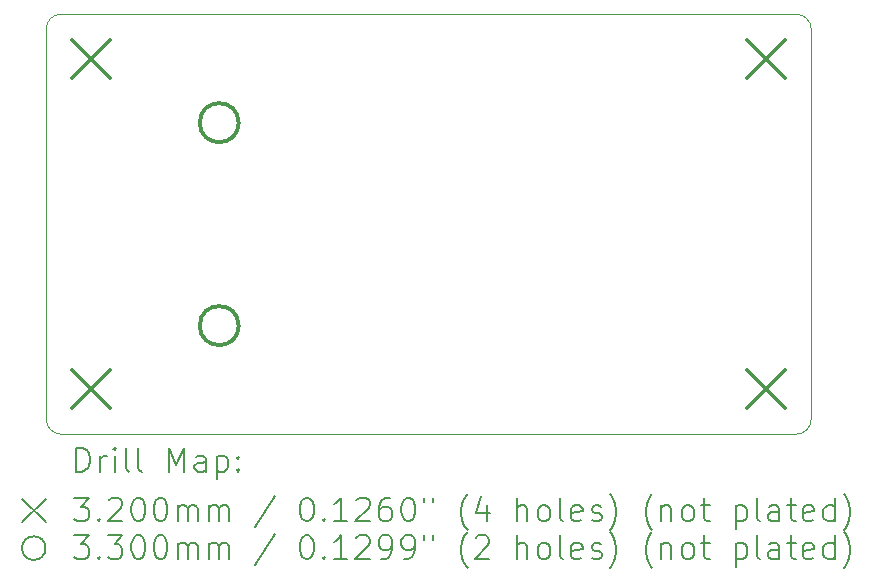
<source format=gbr>
%TF.GenerationSoftware,KiCad,Pcbnew,8.0.2*%
%TF.CreationDate,2024-05-12T16:10:16+01:00*%
%TF.ProjectId,TelemetryCANBoard,54656c65-6d65-4747-9279-43414e426f61,rev?*%
%TF.SameCoordinates,Original*%
%TF.FileFunction,Drillmap*%
%TF.FilePolarity,Positive*%
%FSLAX45Y45*%
G04 Gerber Fmt 4.5, Leading zero omitted, Abs format (unit mm)*
G04 Created by KiCad (PCBNEW 8.0.2) date 2024-05-12 16:10:16*
%MOMM*%
%LPD*%
G01*
G04 APERTURE LIST*
%ADD10C,0.100000*%
%ADD11C,0.200000*%
%ADD12C,0.320000*%
%ADD13C,0.330000*%
G04 APERTURE END LIST*
D10*
X18796000Y-7493000D02*
X12573000Y-7493000D01*
X18923000Y-10922000D02*
X18923000Y-7620000D01*
X12446000Y-7620000D02*
X12446000Y-10922000D01*
X18796000Y-11049000D02*
X12573000Y-11049000D01*
X18923000Y-10922000D02*
G75*
G02*
X18796000Y-11049000I-127000J0D01*
G01*
X12446000Y-7620000D02*
G75*
G02*
X12573000Y-7493000I127000J0D01*
G01*
X18796000Y-7493000D02*
G75*
G02*
X18923000Y-7620000I0J-127000D01*
G01*
X12573000Y-11049000D02*
G75*
G02*
X12446000Y-10922000I0J127000D01*
G01*
D11*
D12*
X12667000Y-7714000D02*
X12987000Y-8034000D01*
X12987000Y-7714000D02*
X12667000Y-8034000D01*
X12667000Y-10508000D02*
X12987000Y-10828000D01*
X12987000Y-10508000D02*
X12667000Y-10828000D01*
X18382000Y-7714000D02*
X18702000Y-8034000D01*
X18702000Y-7714000D02*
X18382000Y-8034000D01*
X18382000Y-10508000D02*
X18702000Y-10828000D01*
X18702000Y-10508000D02*
X18382000Y-10828000D01*
D13*
X14076000Y-8412000D02*
G75*
G02*
X13746000Y-8412000I-165000J0D01*
G01*
X13746000Y-8412000D02*
G75*
G02*
X14076000Y-8412000I165000J0D01*
G01*
X14076000Y-10130000D02*
G75*
G02*
X13746000Y-10130000I-165000J0D01*
G01*
X13746000Y-10130000D02*
G75*
G02*
X14076000Y-10130000I165000J0D01*
G01*
D11*
X12701777Y-11365484D02*
X12701777Y-11165484D01*
X12701777Y-11165484D02*
X12749396Y-11165484D01*
X12749396Y-11165484D02*
X12777967Y-11175008D01*
X12777967Y-11175008D02*
X12797015Y-11194055D01*
X12797015Y-11194055D02*
X12806539Y-11213103D01*
X12806539Y-11213103D02*
X12816062Y-11251198D01*
X12816062Y-11251198D02*
X12816062Y-11279769D01*
X12816062Y-11279769D02*
X12806539Y-11317865D01*
X12806539Y-11317865D02*
X12797015Y-11336912D01*
X12797015Y-11336912D02*
X12777967Y-11355960D01*
X12777967Y-11355960D02*
X12749396Y-11365484D01*
X12749396Y-11365484D02*
X12701777Y-11365484D01*
X12901777Y-11365484D02*
X12901777Y-11232150D01*
X12901777Y-11270246D02*
X12911301Y-11251198D01*
X12911301Y-11251198D02*
X12920824Y-11241674D01*
X12920824Y-11241674D02*
X12939872Y-11232150D01*
X12939872Y-11232150D02*
X12958920Y-11232150D01*
X13025586Y-11365484D02*
X13025586Y-11232150D01*
X13025586Y-11165484D02*
X13016062Y-11175008D01*
X13016062Y-11175008D02*
X13025586Y-11184531D01*
X13025586Y-11184531D02*
X13035110Y-11175008D01*
X13035110Y-11175008D02*
X13025586Y-11165484D01*
X13025586Y-11165484D02*
X13025586Y-11184531D01*
X13149396Y-11365484D02*
X13130348Y-11355960D01*
X13130348Y-11355960D02*
X13120824Y-11336912D01*
X13120824Y-11336912D02*
X13120824Y-11165484D01*
X13254158Y-11365484D02*
X13235110Y-11355960D01*
X13235110Y-11355960D02*
X13225586Y-11336912D01*
X13225586Y-11336912D02*
X13225586Y-11165484D01*
X13482729Y-11365484D02*
X13482729Y-11165484D01*
X13482729Y-11165484D02*
X13549396Y-11308341D01*
X13549396Y-11308341D02*
X13616062Y-11165484D01*
X13616062Y-11165484D02*
X13616062Y-11365484D01*
X13797015Y-11365484D02*
X13797015Y-11260722D01*
X13797015Y-11260722D02*
X13787491Y-11241674D01*
X13787491Y-11241674D02*
X13768443Y-11232150D01*
X13768443Y-11232150D02*
X13730348Y-11232150D01*
X13730348Y-11232150D02*
X13711301Y-11241674D01*
X13797015Y-11355960D02*
X13777967Y-11365484D01*
X13777967Y-11365484D02*
X13730348Y-11365484D01*
X13730348Y-11365484D02*
X13711301Y-11355960D01*
X13711301Y-11355960D02*
X13701777Y-11336912D01*
X13701777Y-11336912D02*
X13701777Y-11317865D01*
X13701777Y-11317865D02*
X13711301Y-11298817D01*
X13711301Y-11298817D02*
X13730348Y-11289293D01*
X13730348Y-11289293D02*
X13777967Y-11289293D01*
X13777967Y-11289293D02*
X13797015Y-11279769D01*
X13892253Y-11232150D02*
X13892253Y-11432150D01*
X13892253Y-11241674D02*
X13911301Y-11232150D01*
X13911301Y-11232150D02*
X13949396Y-11232150D01*
X13949396Y-11232150D02*
X13968443Y-11241674D01*
X13968443Y-11241674D02*
X13977967Y-11251198D01*
X13977967Y-11251198D02*
X13987491Y-11270246D01*
X13987491Y-11270246D02*
X13987491Y-11327388D01*
X13987491Y-11327388D02*
X13977967Y-11346436D01*
X13977967Y-11346436D02*
X13968443Y-11355960D01*
X13968443Y-11355960D02*
X13949396Y-11365484D01*
X13949396Y-11365484D02*
X13911301Y-11365484D01*
X13911301Y-11365484D02*
X13892253Y-11355960D01*
X14073205Y-11346436D02*
X14082729Y-11355960D01*
X14082729Y-11355960D02*
X14073205Y-11365484D01*
X14073205Y-11365484D02*
X14063682Y-11355960D01*
X14063682Y-11355960D02*
X14073205Y-11346436D01*
X14073205Y-11346436D02*
X14073205Y-11365484D01*
X14073205Y-11241674D02*
X14082729Y-11251198D01*
X14082729Y-11251198D02*
X14073205Y-11260722D01*
X14073205Y-11260722D02*
X14063682Y-11251198D01*
X14063682Y-11251198D02*
X14073205Y-11241674D01*
X14073205Y-11241674D02*
X14073205Y-11260722D01*
X12241000Y-11594000D02*
X12441000Y-11794000D01*
X12441000Y-11594000D02*
X12241000Y-11794000D01*
X12682729Y-11585484D02*
X12806539Y-11585484D01*
X12806539Y-11585484D02*
X12739872Y-11661674D01*
X12739872Y-11661674D02*
X12768443Y-11661674D01*
X12768443Y-11661674D02*
X12787491Y-11671198D01*
X12787491Y-11671198D02*
X12797015Y-11680722D01*
X12797015Y-11680722D02*
X12806539Y-11699769D01*
X12806539Y-11699769D02*
X12806539Y-11747388D01*
X12806539Y-11747388D02*
X12797015Y-11766436D01*
X12797015Y-11766436D02*
X12787491Y-11775960D01*
X12787491Y-11775960D02*
X12768443Y-11785484D01*
X12768443Y-11785484D02*
X12711301Y-11785484D01*
X12711301Y-11785484D02*
X12692253Y-11775960D01*
X12692253Y-11775960D02*
X12682729Y-11766436D01*
X12892253Y-11766436D02*
X12901777Y-11775960D01*
X12901777Y-11775960D02*
X12892253Y-11785484D01*
X12892253Y-11785484D02*
X12882729Y-11775960D01*
X12882729Y-11775960D02*
X12892253Y-11766436D01*
X12892253Y-11766436D02*
X12892253Y-11785484D01*
X12977967Y-11604531D02*
X12987491Y-11595008D01*
X12987491Y-11595008D02*
X13006539Y-11585484D01*
X13006539Y-11585484D02*
X13054158Y-11585484D01*
X13054158Y-11585484D02*
X13073205Y-11595008D01*
X13073205Y-11595008D02*
X13082729Y-11604531D01*
X13082729Y-11604531D02*
X13092253Y-11623579D01*
X13092253Y-11623579D02*
X13092253Y-11642627D01*
X13092253Y-11642627D02*
X13082729Y-11671198D01*
X13082729Y-11671198D02*
X12968443Y-11785484D01*
X12968443Y-11785484D02*
X13092253Y-11785484D01*
X13216062Y-11585484D02*
X13235110Y-11585484D01*
X13235110Y-11585484D02*
X13254158Y-11595008D01*
X13254158Y-11595008D02*
X13263682Y-11604531D01*
X13263682Y-11604531D02*
X13273205Y-11623579D01*
X13273205Y-11623579D02*
X13282729Y-11661674D01*
X13282729Y-11661674D02*
X13282729Y-11709293D01*
X13282729Y-11709293D02*
X13273205Y-11747388D01*
X13273205Y-11747388D02*
X13263682Y-11766436D01*
X13263682Y-11766436D02*
X13254158Y-11775960D01*
X13254158Y-11775960D02*
X13235110Y-11785484D01*
X13235110Y-11785484D02*
X13216062Y-11785484D01*
X13216062Y-11785484D02*
X13197015Y-11775960D01*
X13197015Y-11775960D02*
X13187491Y-11766436D01*
X13187491Y-11766436D02*
X13177967Y-11747388D01*
X13177967Y-11747388D02*
X13168443Y-11709293D01*
X13168443Y-11709293D02*
X13168443Y-11661674D01*
X13168443Y-11661674D02*
X13177967Y-11623579D01*
X13177967Y-11623579D02*
X13187491Y-11604531D01*
X13187491Y-11604531D02*
X13197015Y-11595008D01*
X13197015Y-11595008D02*
X13216062Y-11585484D01*
X13406539Y-11585484D02*
X13425586Y-11585484D01*
X13425586Y-11585484D02*
X13444634Y-11595008D01*
X13444634Y-11595008D02*
X13454158Y-11604531D01*
X13454158Y-11604531D02*
X13463682Y-11623579D01*
X13463682Y-11623579D02*
X13473205Y-11661674D01*
X13473205Y-11661674D02*
X13473205Y-11709293D01*
X13473205Y-11709293D02*
X13463682Y-11747388D01*
X13463682Y-11747388D02*
X13454158Y-11766436D01*
X13454158Y-11766436D02*
X13444634Y-11775960D01*
X13444634Y-11775960D02*
X13425586Y-11785484D01*
X13425586Y-11785484D02*
X13406539Y-11785484D01*
X13406539Y-11785484D02*
X13387491Y-11775960D01*
X13387491Y-11775960D02*
X13377967Y-11766436D01*
X13377967Y-11766436D02*
X13368443Y-11747388D01*
X13368443Y-11747388D02*
X13358920Y-11709293D01*
X13358920Y-11709293D02*
X13358920Y-11661674D01*
X13358920Y-11661674D02*
X13368443Y-11623579D01*
X13368443Y-11623579D02*
X13377967Y-11604531D01*
X13377967Y-11604531D02*
X13387491Y-11595008D01*
X13387491Y-11595008D02*
X13406539Y-11585484D01*
X13558920Y-11785484D02*
X13558920Y-11652150D01*
X13558920Y-11671198D02*
X13568443Y-11661674D01*
X13568443Y-11661674D02*
X13587491Y-11652150D01*
X13587491Y-11652150D02*
X13616063Y-11652150D01*
X13616063Y-11652150D02*
X13635110Y-11661674D01*
X13635110Y-11661674D02*
X13644634Y-11680722D01*
X13644634Y-11680722D02*
X13644634Y-11785484D01*
X13644634Y-11680722D02*
X13654158Y-11661674D01*
X13654158Y-11661674D02*
X13673205Y-11652150D01*
X13673205Y-11652150D02*
X13701777Y-11652150D01*
X13701777Y-11652150D02*
X13720824Y-11661674D01*
X13720824Y-11661674D02*
X13730348Y-11680722D01*
X13730348Y-11680722D02*
X13730348Y-11785484D01*
X13825586Y-11785484D02*
X13825586Y-11652150D01*
X13825586Y-11671198D02*
X13835110Y-11661674D01*
X13835110Y-11661674D02*
X13854158Y-11652150D01*
X13854158Y-11652150D02*
X13882729Y-11652150D01*
X13882729Y-11652150D02*
X13901777Y-11661674D01*
X13901777Y-11661674D02*
X13911301Y-11680722D01*
X13911301Y-11680722D02*
X13911301Y-11785484D01*
X13911301Y-11680722D02*
X13920824Y-11661674D01*
X13920824Y-11661674D02*
X13939872Y-11652150D01*
X13939872Y-11652150D02*
X13968443Y-11652150D01*
X13968443Y-11652150D02*
X13987491Y-11661674D01*
X13987491Y-11661674D02*
X13997015Y-11680722D01*
X13997015Y-11680722D02*
X13997015Y-11785484D01*
X14387491Y-11575960D02*
X14216063Y-11833103D01*
X14644634Y-11585484D02*
X14663682Y-11585484D01*
X14663682Y-11585484D02*
X14682729Y-11595008D01*
X14682729Y-11595008D02*
X14692253Y-11604531D01*
X14692253Y-11604531D02*
X14701777Y-11623579D01*
X14701777Y-11623579D02*
X14711301Y-11661674D01*
X14711301Y-11661674D02*
X14711301Y-11709293D01*
X14711301Y-11709293D02*
X14701777Y-11747388D01*
X14701777Y-11747388D02*
X14692253Y-11766436D01*
X14692253Y-11766436D02*
X14682729Y-11775960D01*
X14682729Y-11775960D02*
X14663682Y-11785484D01*
X14663682Y-11785484D02*
X14644634Y-11785484D01*
X14644634Y-11785484D02*
X14625586Y-11775960D01*
X14625586Y-11775960D02*
X14616063Y-11766436D01*
X14616063Y-11766436D02*
X14606539Y-11747388D01*
X14606539Y-11747388D02*
X14597015Y-11709293D01*
X14597015Y-11709293D02*
X14597015Y-11661674D01*
X14597015Y-11661674D02*
X14606539Y-11623579D01*
X14606539Y-11623579D02*
X14616063Y-11604531D01*
X14616063Y-11604531D02*
X14625586Y-11595008D01*
X14625586Y-11595008D02*
X14644634Y-11585484D01*
X14797015Y-11766436D02*
X14806539Y-11775960D01*
X14806539Y-11775960D02*
X14797015Y-11785484D01*
X14797015Y-11785484D02*
X14787491Y-11775960D01*
X14787491Y-11775960D02*
X14797015Y-11766436D01*
X14797015Y-11766436D02*
X14797015Y-11785484D01*
X14997015Y-11785484D02*
X14882729Y-11785484D01*
X14939872Y-11785484D02*
X14939872Y-11585484D01*
X14939872Y-11585484D02*
X14920825Y-11614055D01*
X14920825Y-11614055D02*
X14901777Y-11633103D01*
X14901777Y-11633103D02*
X14882729Y-11642627D01*
X15073206Y-11604531D02*
X15082729Y-11595008D01*
X15082729Y-11595008D02*
X15101777Y-11585484D01*
X15101777Y-11585484D02*
X15149396Y-11585484D01*
X15149396Y-11585484D02*
X15168444Y-11595008D01*
X15168444Y-11595008D02*
X15177967Y-11604531D01*
X15177967Y-11604531D02*
X15187491Y-11623579D01*
X15187491Y-11623579D02*
X15187491Y-11642627D01*
X15187491Y-11642627D02*
X15177967Y-11671198D01*
X15177967Y-11671198D02*
X15063682Y-11785484D01*
X15063682Y-11785484D02*
X15187491Y-11785484D01*
X15358920Y-11585484D02*
X15320825Y-11585484D01*
X15320825Y-11585484D02*
X15301777Y-11595008D01*
X15301777Y-11595008D02*
X15292253Y-11604531D01*
X15292253Y-11604531D02*
X15273206Y-11633103D01*
X15273206Y-11633103D02*
X15263682Y-11671198D01*
X15263682Y-11671198D02*
X15263682Y-11747388D01*
X15263682Y-11747388D02*
X15273206Y-11766436D01*
X15273206Y-11766436D02*
X15282729Y-11775960D01*
X15282729Y-11775960D02*
X15301777Y-11785484D01*
X15301777Y-11785484D02*
X15339872Y-11785484D01*
X15339872Y-11785484D02*
X15358920Y-11775960D01*
X15358920Y-11775960D02*
X15368444Y-11766436D01*
X15368444Y-11766436D02*
X15377967Y-11747388D01*
X15377967Y-11747388D02*
X15377967Y-11699769D01*
X15377967Y-11699769D02*
X15368444Y-11680722D01*
X15368444Y-11680722D02*
X15358920Y-11671198D01*
X15358920Y-11671198D02*
X15339872Y-11661674D01*
X15339872Y-11661674D02*
X15301777Y-11661674D01*
X15301777Y-11661674D02*
X15282729Y-11671198D01*
X15282729Y-11671198D02*
X15273206Y-11680722D01*
X15273206Y-11680722D02*
X15263682Y-11699769D01*
X15501777Y-11585484D02*
X15520825Y-11585484D01*
X15520825Y-11585484D02*
X15539872Y-11595008D01*
X15539872Y-11595008D02*
X15549396Y-11604531D01*
X15549396Y-11604531D02*
X15558920Y-11623579D01*
X15558920Y-11623579D02*
X15568444Y-11661674D01*
X15568444Y-11661674D02*
X15568444Y-11709293D01*
X15568444Y-11709293D02*
X15558920Y-11747388D01*
X15558920Y-11747388D02*
X15549396Y-11766436D01*
X15549396Y-11766436D02*
X15539872Y-11775960D01*
X15539872Y-11775960D02*
X15520825Y-11785484D01*
X15520825Y-11785484D02*
X15501777Y-11785484D01*
X15501777Y-11785484D02*
X15482729Y-11775960D01*
X15482729Y-11775960D02*
X15473206Y-11766436D01*
X15473206Y-11766436D02*
X15463682Y-11747388D01*
X15463682Y-11747388D02*
X15454158Y-11709293D01*
X15454158Y-11709293D02*
X15454158Y-11661674D01*
X15454158Y-11661674D02*
X15463682Y-11623579D01*
X15463682Y-11623579D02*
X15473206Y-11604531D01*
X15473206Y-11604531D02*
X15482729Y-11595008D01*
X15482729Y-11595008D02*
X15501777Y-11585484D01*
X15644634Y-11585484D02*
X15644634Y-11623579D01*
X15720825Y-11585484D02*
X15720825Y-11623579D01*
X16016063Y-11861674D02*
X16006539Y-11852150D01*
X16006539Y-11852150D02*
X15987491Y-11823579D01*
X15987491Y-11823579D02*
X15977968Y-11804531D01*
X15977968Y-11804531D02*
X15968444Y-11775960D01*
X15968444Y-11775960D02*
X15958920Y-11728341D01*
X15958920Y-11728341D02*
X15958920Y-11690246D01*
X15958920Y-11690246D02*
X15968444Y-11642627D01*
X15968444Y-11642627D02*
X15977968Y-11614055D01*
X15977968Y-11614055D02*
X15987491Y-11595008D01*
X15987491Y-11595008D02*
X16006539Y-11566436D01*
X16006539Y-11566436D02*
X16016063Y-11556912D01*
X16177968Y-11652150D02*
X16177968Y-11785484D01*
X16130348Y-11575960D02*
X16082729Y-11718817D01*
X16082729Y-11718817D02*
X16206539Y-11718817D01*
X16435110Y-11785484D02*
X16435110Y-11585484D01*
X16520825Y-11785484D02*
X16520825Y-11680722D01*
X16520825Y-11680722D02*
X16511301Y-11661674D01*
X16511301Y-11661674D02*
X16492253Y-11652150D01*
X16492253Y-11652150D02*
X16463682Y-11652150D01*
X16463682Y-11652150D02*
X16444634Y-11661674D01*
X16444634Y-11661674D02*
X16435110Y-11671198D01*
X16644634Y-11785484D02*
X16625587Y-11775960D01*
X16625587Y-11775960D02*
X16616063Y-11766436D01*
X16616063Y-11766436D02*
X16606539Y-11747388D01*
X16606539Y-11747388D02*
X16606539Y-11690246D01*
X16606539Y-11690246D02*
X16616063Y-11671198D01*
X16616063Y-11671198D02*
X16625587Y-11661674D01*
X16625587Y-11661674D02*
X16644634Y-11652150D01*
X16644634Y-11652150D02*
X16673206Y-11652150D01*
X16673206Y-11652150D02*
X16692253Y-11661674D01*
X16692253Y-11661674D02*
X16701777Y-11671198D01*
X16701777Y-11671198D02*
X16711301Y-11690246D01*
X16711301Y-11690246D02*
X16711301Y-11747388D01*
X16711301Y-11747388D02*
X16701777Y-11766436D01*
X16701777Y-11766436D02*
X16692253Y-11775960D01*
X16692253Y-11775960D02*
X16673206Y-11785484D01*
X16673206Y-11785484D02*
X16644634Y-11785484D01*
X16825587Y-11785484D02*
X16806539Y-11775960D01*
X16806539Y-11775960D02*
X16797015Y-11756912D01*
X16797015Y-11756912D02*
X16797015Y-11585484D01*
X16977968Y-11775960D02*
X16958920Y-11785484D01*
X16958920Y-11785484D02*
X16920825Y-11785484D01*
X16920825Y-11785484D02*
X16901777Y-11775960D01*
X16901777Y-11775960D02*
X16892253Y-11756912D01*
X16892253Y-11756912D02*
X16892253Y-11680722D01*
X16892253Y-11680722D02*
X16901777Y-11661674D01*
X16901777Y-11661674D02*
X16920825Y-11652150D01*
X16920825Y-11652150D02*
X16958920Y-11652150D01*
X16958920Y-11652150D02*
X16977968Y-11661674D01*
X16977968Y-11661674D02*
X16987492Y-11680722D01*
X16987492Y-11680722D02*
X16987492Y-11699769D01*
X16987492Y-11699769D02*
X16892253Y-11718817D01*
X17063682Y-11775960D02*
X17082730Y-11785484D01*
X17082730Y-11785484D02*
X17120825Y-11785484D01*
X17120825Y-11785484D02*
X17139873Y-11775960D01*
X17139873Y-11775960D02*
X17149396Y-11756912D01*
X17149396Y-11756912D02*
X17149396Y-11747388D01*
X17149396Y-11747388D02*
X17139873Y-11728341D01*
X17139873Y-11728341D02*
X17120825Y-11718817D01*
X17120825Y-11718817D02*
X17092253Y-11718817D01*
X17092253Y-11718817D02*
X17073206Y-11709293D01*
X17073206Y-11709293D02*
X17063682Y-11690246D01*
X17063682Y-11690246D02*
X17063682Y-11680722D01*
X17063682Y-11680722D02*
X17073206Y-11661674D01*
X17073206Y-11661674D02*
X17092253Y-11652150D01*
X17092253Y-11652150D02*
X17120825Y-11652150D01*
X17120825Y-11652150D02*
X17139873Y-11661674D01*
X17216063Y-11861674D02*
X17225587Y-11852150D01*
X17225587Y-11852150D02*
X17244634Y-11823579D01*
X17244634Y-11823579D02*
X17254158Y-11804531D01*
X17254158Y-11804531D02*
X17263682Y-11775960D01*
X17263682Y-11775960D02*
X17273206Y-11728341D01*
X17273206Y-11728341D02*
X17273206Y-11690246D01*
X17273206Y-11690246D02*
X17263682Y-11642627D01*
X17263682Y-11642627D02*
X17254158Y-11614055D01*
X17254158Y-11614055D02*
X17244634Y-11595008D01*
X17244634Y-11595008D02*
X17225587Y-11566436D01*
X17225587Y-11566436D02*
X17216063Y-11556912D01*
X17577968Y-11861674D02*
X17568444Y-11852150D01*
X17568444Y-11852150D02*
X17549396Y-11823579D01*
X17549396Y-11823579D02*
X17539873Y-11804531D01*
X17539873Y-11804531D02*
X17530349Y-11775960D01*
X17530349Y-11775960D02*
X17520825Y-11728341D01*
X17520825Y-11728341D02*
X17520825Y-11690246D01*
X17520825Y-11690246D02*
X17530349Y-11642627D01*
X17530349Y-11642627D02*
X17539873Y-11614055D01*
X17539873Y-11614055D02*
X17549396Y-11595008D01*
X17549396Y-11595008D02*
X17568444Y-11566436D01*
X17568444Y-11566436D02*
X17577968Y-11556912D01*
X17654158Y-11652150D02*
X17654158Y-11785484D01*
X17654158Y-11671198D02*
X17663682Y-11661674D01*
X17663682Y-11661674D02*
X17682730Y-11652150D01*
X17682730Y-11652150D02*
X17711301Y-11652150D01*
X17711301Y-11652150D02*
X17730349Y-11661674D01*
X17730349Y-11661674D02*
X17739873Y-11680722D01*
X17739873Y-11680722D02*
X17739873Y-11785484D01*
X17863682Y-11785484D02*
X17844634Y-11775960D01*
X17844634Y-11775960D02*
X17835111Y-11766436D01*
X17835111Y-11766436D02*
X17825587Y-11747388D01*
X17825587Y-11747388D02*
X17825587Y-11690246D01*
X17825587Y-11690246D02*
X17835111Y-11671198D01*
X17835111Y-11671198D02*
X17844634Y-11661674D01*
X17844634Y-11661674D02*
X17863682Y-11652150D01*
X17863682Y-11652150D02*
X17892254Y-11652150D01*
X17892254Y-11652150D02*
X17911301Y-11661674D01*
X17911301Y-11661674D02*
X17920825Y-11671198D01*
X17920825Y-11671198D02*
X17930349Y-11690246D01*
X17930349Y-11690246D02*
X17930349Y-11747388D01*
X17930349Y-11747388D02*
X17920825Y-11766436D01*
X17920825Y-11766436D02*
X17911301Y-11775960D01*
X17911301Y-11775960D02*
X17892254Y-11785484D01*
X17892254Y-11785484D02*
X17863682Y-11785484D01*
X17987492Y-11652150D02*
X18063682Y-11652150D01*
X18016063Y-11585484D02*
X18016063Y-11756912D01*
X18016063Y-11756912D02*
X18025587Y-11775960D01*
X18025587Y-11775960D02*
X18044634Y-11785484D01*
X18044634Y-11785484D02*
X18063682Y-11785484D01*
X18282730Y-11652150D02*
X18282730Y-11852150D01*
X18282730Y-11661674D02*
X18301777Y-11652150D01*
X18301777Y-11652150D02*
X18339873Y-11652150D01*
X18339873Y-11652150D02*
X18358920Y-11661674D01*
X18358920Y-11661674D02*
X18368444Y-11671198D01*
X18368444Y-11671198D02*
X18377968Y-11690246D01*
X18377968Y-11690246D02*
X18377968Y-11747388D01*
X18377968Y-11747388D02*
X18368444Y-11766436D01*
X18368444Y-11766436D02*
X18358920Y-11775960D01*
X18358920Y-11775960D02*
X18339873Y-11785484D01*
X18339873Y-11785484D02*
X18301777Y-11785484D01*
X18301777Y-11785484D02*
X18282730Y-11775960D01*
X18492254Y-11785484D02*
X18473206Y-11775960D01*
X18473206Y-11775960D02*
X18463682Y-11756912D01*
X18463682Y-11756912D02*
X18463682Y-11585484D01*
X18654158Y-11785484D02*
X18654158Y-11680722D01*
X18654158Y-11680722D02*
X18644635Y-11661674D01*
X18644635Y-11661674D02*
X18625587Y-11652150D01*
X18625587Y-11652150D02*
X18587492Y-11652150D01*
X18587492Y-11652150D02*
X18568444Y-11661674D01*
X18654158Y-11775960D02*
X18635111Y-11785484D01*
X18635111Y-11785484D02*
X18587492Y-11785484D01*
X18587492Y-11785484D02*
X18568444Y-11775960D01*
X18568444Y-11775960D02*
X18558920Y-11756912D01*
X18558920Y-11756912D02*
X18558920Y-11737865D01*
X18558920Y-11737865D02*
X18568444Y-11718817D01*
X18568444Y-11718817D02*
X18587492Y-11709293D01*
X18587492Y-11709293D02*
X18635111Y-11709293D01*
X18635111Y-11709293D02*
X18654158Y-11699769D01*
X18720825Y-11652150D02*
X18797015Y-11652150D01*
X18749396Y-11585484D02*
X18749396Y-11756912D01*
X18749396Y-11756912D02*
X18758920Y-11775960D01*
X18758920Y-11775960D02*
X18777968Y-11785484D01*
X18777968Y-11785484D02*
X18797015Y-11785484D01*
X18939873Y-11775960D02*
X18920825Y-11785484D01*
X18920825Y-11785484D02*
X18882730Y-11785484D01*
X18882730Y-11785484D02*
X18863682Y-11775960D01*
X18863682Y-11775960D02*
X18854158Y-11756912D01*
X18854158Y-11756912D02*
X18854158Y-11680722D01*
X18854158Y-11680722D02*
X18863682Y-11661674D01*
X18863682Y-11661674D02*
X18882730Y-11652150D01*
X18882730Y-11652150D02*
X18920825Y-11652150D01*
X18920825Y-11652150D02*
X18939873Y-11661674D01*
X18939873Y-11661674D02*
X18949396Y-11680722D01*
X18949396Y-11680722D02*
X18949396Y-11699769D01*
X18949396Y-11699769D02*
X18854158Y-11718817D01*
X19120825Y-11785484D02*
X19120825Y-11585484D01*
X19120825Y-11775960D02*
X19101777Y-11785484D01*
X19101777Y-11785484D02*
X19063682Y-11785484D01*
X19063682Y-11785484D02*
X19044635Y-11775960D01*
X19044635Y-11775960D02*
X19035111Y-11766436D01*
X19035111Y-11766436D02*
X19025587Y-11747388D01*
X19025587Y-11747388D02*
X19025587Y-11690246D01*
X19025587Y-11690246D02*
X19035111Y-11671198D01*
X19035111Y-11671198D02*
X19044635Y-11661674D01*
X19044635Y-11661674D02*
X19063682Y-11652150D01*
X19063682Y-11652150D02*
X19101777Y-11652150D01*
X19101777Y-11652150D02*
X19120825Y-11661674D01*
X19197016Y-11861674D02*
X19206539Y-11852150D01*
X19206539Y-11852150D02*
X19225587Y-11823579D01*
X19225587Y-11823579D02*
X19235111Y-11804531D01*
X19235111Y-11804531D02*
X19244635Y-11775960D01*
X19244635Y-11775960D02*
X19254158Y-11728341D01*
X19254158Y-11728341D02*
X19254158Y-11690246D01*
X19254158Y-11690246D02*
X19244635Y-11642627D01*
X19244635Y-11642627D02*
X19235111Y-11614055D01*
X19235111Y-11614055D02*
X19225587Y-11595008D01*
X19225587Y-11595008D02*
X19206539Y-11566436D01*
X19206539Y-11566436D02*
X19197016Y-11556912D01*
X12441000Y-12014000D02*
G75*
G02*
X12241000Y-12014000I-100000J0D01*
G01*
X12241000Y-12014000D02*
G75*
G02*
X12441000Y-12014000I100000J0D01*
G01*
X12682729Y-11905484D02*
X12806539Y-11905484D01*
X12806539Y-11905484D02*
X12739872Y-11981674D01*
X12739872Y-11981674D02*
X12768443Y-11981674D01*
X12768443Y-11981674D02*
X12787491Y-11991198D01*
X12787491Y-11991198D02*
X12797015Y-12000722D01*
X12797015Y-12000722D02*
X12806539Y-12019769D01*
X12806539Y-12019769D02*
X12806539Y-12067388D01*
X12806539Y-12067388D02*
X12797015Y-12086436D01*
X12797015Y-12086436D02*
X12787491Y-12095960D01*
X12787491Y-12095960D02*
X12768443Y-12105484D01*
X12768443Y-12105484D02*
X12711301Y-12105484D01*
X12711301Y-12105484D02*
X12692253Y-12095960D01*
X12692253Y-12095960D02*
X12682729Y-12086436D01*
X12892253Y-12086436D02*
X12901777Y-12095960D01*
X12901777Y-12095960D02*
X12892253Y-12105484D01*
X12892253Y-12105484D02*
X12882729Y-12095960D01*
X12882729Y-12095960D02*
X12892253Y-12086436D01*
X12892253Y-12086436D02*
X12892253Y-12105484D01*
X12968443Y-11905484D02*
X13092253Y-11905484D01*
X13092253Y-11905484D02*
X13025586Y-11981674D01*
X13025586Y-11981674D02*
X13054158Y-11981674D01*
X13054158Y-11981674D02*
X13073205Y-11991198D01*
X13073205Y-11991198D02*
X13082729Y-12000722D01*
X13082729Y-12000722D02*
X13092253Y-12019769D01*
X13092253Y-12019769D02*
X13092253Y-12067388D01*
X13092253Y-12067388D02*
X13082729Y-12086436D01*
X13082729Y-12086436D02*
X13073205Y-12095960D01*
X13073205Y-12095960D02*
X13054158Y-12105484D01*
X13054158Y-12105484D02*
X12997015Y-12105484D01*
X12997015Y-12105484D02*
X12977967Y-12095960D01*
X12977967Y-12095960D02*
X12968443Y-12086436D01*
X13216062Y-11905484D02*
X13235110Y-11905484D01*
X13235110Y-11905484D02*
X13254158Y-11915008D01*
X13254158Y-11915008D02*
X13263682Y-11924531D01*
X13263682Y-11924531D02*
X13273205Y-11943579D01*
X13273205Y-11943579D02*
X13282729Y-11981674D01*
X13282729Y-11981674D02*
X13282729Y-12029293D01*
X13282729Y-12029293D02*
X13273205Y-12067388D01*
X13273205Y-12067388D02*
X13263682Y-12086436D01*
X13263682Y-12086436D02*
X13254158Y-12095960D01*
X13254158Y-12095960D02*
X13235110Y-12105484D01*
X13235110Y-12105484D02*
X13216062Y-12105484D01*
X13216062Y-12105484D02*
X13197015Y-12095960D01*
X13197015Y-12095960D02*
X13187491Y-12086436D01*
X13187491Y-12086436D02*
X13177967Y-12067388D01*
X13177967Y-12067388D02*
X13168443Y-12029293D01*
X13168443Y-12029293D02*
X13168443Y-11981674D01*
X13168443Y-11981674D02*
X13177967Y-11943579D01*
X13177967Y-11943579D02*
X13187491Y-11924531D01*
X13187491Y-11924531D02*
X13197015Y-11915008D01*
X13197015Y-11915008D02*
X13216062Y-11905484D01*
X13406539Y-11905484D02*
X13425586Y-11905484D01*
X13425586Y-11905484D02*
X13444634Y-11915008D01*
X13444634Y-11915008D02*
X13454158Y-11924531D01*
X13454158Y-11924531D02*
X13463682Y-11943579D01*
X13463682Y-11943579D02*
X13473205Y-11981674D01*
X13473205Y-11981674D02*
X13473205Y-12029293D01*
X13473205Y-12029293D02*
X13463682Y-12067388D01*
X13463682Y-12067388D02*
X13454158Y-12086436D01*
X13454158Y-12086436D02*
X13444634Y-12095960D01*
X13444634Y-12095960D02*
X13425586Y-12105484D01*
X13425586Y-12105484D02*
X13406539Y-12105484D01*
X13406539Y-12105484D02*
X13387491Y-12095960D01*
X13387491Y-12095960D02*
X13377967Y-12086436D01*
X13377967Y-12086436D02*
X13368443Y-12067388D01*
X13368443Y-12067388D02*
X13358920Y-12029293D01*
X13358920Y-12029293D02*
X13358920Y-11981674D01*
X13358920Y-11981674D02*
X13368443Y-11943579D01*
X13368443Y-11943579D02*
X13377967Y-11924531D01*
X13377967Y-11924531D02*
X13387491Y-11915008D01*
X13387491Y-11915008D02*
X13406539Y-11905484D01*
X13558920Y-12105484D02*
X13558920Y-11972150D01*
X13558920Y-11991198D02*
X13568443Y-11981674D01*
X13568443Y-11981674D02*
X13587491Y-11972150D01*
X13587491Y-11972150D02*
X13616063Y-11972150D01*
X13616063Y-11972150D02*
X13635110Y-11981674D01*
X13635110Y-11981674D02*
X13644634Y-12000722D01*
X13644634Y-12000722D02*
X13644634Y-12105484D01*
X13644634Y-12000722D02*
X13654158Y-11981674D01*
X13654158Y-11981674D02*
X13673205Y-11972150D01*
X13673205Y-11972150D02*
X13701777Y-11972150D01*
X13701777Y-11972150D02*
X13720824Y-11981674D01*
X13720824Y-11981674D02*
X13730348Y-12000722D01*
X13730348Y-12000722D02*
X13730348Y-12105484D01*
X13825586Y-12105484D02*
X13825586Y-11972150D01*
X13825586Y-11991198D02*
X13835110Y-11981674D01*
X13835110Y-11981674D02*
X13854158Y-11972150D01*
X13854158Y-11972150D02*
X13882729Y-11972150D01*
X13882729Y-11972150D02*
X13901777Y-11981674D01*
X13901777Y-11981674D02*
X13911301Y-12000722D01*
X13911301Y-12000722D02*
X13911301Y-12105484D01*
X13911301Y-12000722D02*
X13920824Y-11981674D01*
X13920824Y-11981674D02*
X13939872Y-11972150D01*
X13939872Y-11972150D02*
X13968443Y-11972150D01*
X13968443Y-11972150D02*
X13987491Y-11981674D01*
X13987491Y-11981674D02*
X13997015Y-12000722D01*
X13997015Y-12000722D02*
X13997015Y-12105484D01*
X14387491Y-11895960D02*
X14216063Y-12153103D01*
X14644634Y-11905484D02*
X14663682Y-11905484D01*
X14663682Y-11905484D02*
X14682729Y-11915008D01*
X14682729Y-11915008D02*
X14692253Y-11924531D01*
X14692253Y-11924531D02*
X14701777Y-11943579D01*
X14701777Y-11943579D02*
X14711301Y-11981674D01*
X14711301Y-11981674D02*
X14711301Y-12029293D01*
X14711301Y-12029293D02*
X14701777Y-12067388D01*
X14701777Y-12067388D02*
X14692253Y-12086436D01*
X14692253Y-12086436D02*
X14682729Y-12095960D01*
X14682729Y-12095960D02*
X14663682Y-12105484D01*
X14663682Y-12105484D02*
X14644634Y-12105484D01*
X14644634Y-12105484D02*
X14625586Y-12095960D01*
X14625586Y-12095960D02*
X14616063Y-12086436D01*
X14616063Y-12086436D02*
X14606539Y-12067388D01*
X14606539Y-12067388D02*
X14597015Y-12029293D01*
X14597015Y-12029293D02*
X14597015Y-11981674D01*
X14597015Y-11981674D02*
X14606539Y-11943579D01*
X14606539Y-11943579D02*
X14616063Y-11924531D01*
X14616063Y-11924531D02*
X14625586Y-11915008D01*
X14625586Y-11915008D02*
X14644634Y-11905484D01*
X14797015Y-12086436D02*
X14806539Y-12095960D01*
X14806539Y-12095960D02*
X14797015Y-12105484D01*
X14797015Y-12105484D02*
X14787491Y-12095960D01*
X14787491Y-12095960D02*
X14797015Y-12086436D01*
X14797015Y-12086436D02*
X14797015Y-12105484D01*
X14997015Y-12105484D02*
X14882729Y-12105484D01*
X14939872Y-12105484D02*
X14939872Y-11905484D01*
X14939872Y-11905484D02*
X14920825Y-11934055D01*
X14920825Y-11934055D02*
X14901777Y-11953103D01*
X14901777Y-11953103D02*
X14882729Y-11962627D01*
X15073206Y-11924531D02*
X15082729Y-11915008D01*
X15082729Y-11915008D02*
X15101777Y-11905484D01*
X15101777Y-11905484D02*
X15149396Y-11905484D01*
X15149396Y-11905484D02*
X15168444Y-11915008D01*
X15168444Y-11915008D02*
X15177967Y-11924531D01*
X15177967Y-11924531D02*
X15187491Y-11943579D01*
X15187491Y-11943579D02*
X15187491Y-11962627D01*
X15187491Y-11962627D02*
X15177967Y-11991198D01*
X15177967Y-11991198D02*
X15063682Y-12105484D01*
X15063682Y-12105484D02*
X15187491Y-12105484D01*
X15282729Y-12105484D02*
X15320825Y-12105484D01*
X15320825Y-12105484D02*
X15339872Y-12095960D01*
X15339872Y-12095960D02*
X15349396Y-12086436D01*
X15349396Y-12086436D02*
X15368444Y-12057865D01*
X15368444Y-12057865D02*
X15377967Y-12019769D01*
X15377967Y-12019769D02*
X15377967Y-11943579D01*
X15377967Y-11943579D02*
X15368444Y-11924531D01*
X15368444Y-11924531D02*
X15358920Y-11915008D01*
X15358920Y-11915008D02*
X15339872Y-11905484D01*
X15339872Y-11905484D02*
X15301777Y-11905484D01*
X15301777Y-11905484D02*
X15282729Y-11915008D01*
X15282729Y-11915008D02*
X15273206Y-11924531D01*
X15273206Y-11924531D02*
X15263682Y-11943579D01*
X15263682Y-11943579D02*
X15263682Y-11991198D01*
X15263682Y-11991198D02*
X15273206Y-12010246D01*
X15273206Y-12010246D02*
X15282729Y-12019769D01*
X15282729Y-12019769D02*
X15301777Y-12029293D01*
X15301777Y-12029293D02*
X15339872Y-12029293D01*
X15339872Y-12029293D02*
X15358920Y-12019769D01*
X15358920Y-12019769D02*
X15368444Y-12010246D01*
X15368444Y-12010246D02*
X15377967Y-11991198D01*
X15473206Y-12105484D02*
X15511301Y-12105484D01*
X15511301Y-12105484D02*
X15530348Y-12095960D01*
X15530348Y-12095960D02*
X15539872Y-12086436D01*
X15539872Y-12086436D02*
X15558920Y-12057865D01*
X15558920Y-12057865D02*
X15568444Y-12019769D01*
X15568444Y-12019769D02*
X15568444Y-11943579D01*
X15568444Y-11943579D02*
X15558920Y-11924531D01*
X15558920Y-11924531D02*
X15549396Y-11915008D01*
X15549396Y-11915008D02*
X15530348Y-11905484D01*
X15530348Y-11905484D02*
X15492253Y-11905484D01*
X15492253Y-11905484D02*
X15473206Y-11915008D01*
X15473206Y-11915008D02*
X15463682Y-11924531D01*
X15463682Y-11924531D02*
X15454158Y-11943579D01*
X15454158Y-11943579D02*
X15454158Y-11991198D01*
X15454158Y-11991198D02*
X15463682Y-12010246D01*
X15463682Y-12010246D02*
X15473206Y-12019769D01*
X15473206Y-12019769D02*
X15492253Y-12029293D01*
X15492253Y-12029293D02*
X15530348Y-12029293D01*
X15530348Y-12029293D02*
X15549396Y-12019769D01*
X15549396Y-12019769D02*
X15558920Y-12010246D01*
X15558920Y-12010246D02*
X15568444Y-11991198D01*
X15644634Y-11905484D02*
X15644634Y-11943579D01*
X15720825Y-11905484D02*
X15720825Y-11943579D01*
X16016063Y-12181674D02*
X16006539Y-12172150D01*
X16006539Y-12172150D02*
X15987491Y-12143579D01*
X15987491Y-12143579D02*
X15977968Y-12124531D01*
X15977968Y-12124531D02*
X15968444Y-12095960D01*
X15968444Y-12095960D02*
X15958920Y-12048341D01*
X15958920Y-12048341D02*
X15958920Y-12010246D01*
X15958920Y-12010246D02*
X15968444Y-11962627D01*
X15968444Y-11962627D02*
X15977968Y-11934055D01*
X15977968Y-11934055D02*
X15987491Y-11915008D01*
X15987491Y-11915008D02*
X16006539Y-11886436D01*
X16006539Y-11886436D02*
X16016063Y-11876912D01*
X16082729Y-11924531D02*
X16092253Y-11915008D01*
X16092253Y-11915008D02*
X16111301Y-11905484D01*
X16111301Y-11905484D02*
X16158920Y-11905484D01*
X16158920Y-11905484D02*
X16177968Y-11915008D01*
X16177968Y-11915008D02*
X16187491Y-11924531D01*
X16187491Y-11924531D02*
X16197015Y-11943579D01*
X16197015Y-11943579D02*
X16197015Y-11962627D01*
X16197015Y-11962627D02*
X16187491Y-11991198D01*
X16187491Y-11991198D02*
X16073206Y-12105484D01*
X16073206Y-12105484D02*
X16197015Y-12105484D01*
X16435110Y-12105484D02*
X16435110Y-11905484D01*
X16520825Y-12105484D02*
X16520825Y-12000722D01*
X16520825Y-12000722D02*
X16511301Y-11981674D01*
X16511301Y-11981674D02*
X16492253Y-11972150D01*
X16492253Y-11972150D02*
X16463682Y-11972150D01*
X16463682Y-11972150D02*
X16444634Y-11981674D01*
X16444634Y-11981674D02*
X16435110Y-11991198D01*
X16644634Y-12105484D02*
X16625587Y-12095960D01*
X16625587Y-12095960D02*
X16616063Y-12086436D01*
X16616063Y-12086436D02*
X16606539Y-12067388D01*
X16606539Y-12067388D02*
X16606539Y-12010246D01*
X16606539Y-12010246D02*
X16616063Y-11991198D01*
X16616063Y-11991198D02*
X16625587Y-11981674D01*
X16625587Y-11981674D02*
X16644634Y-11972150D01*
X16644634Y-11972150D02*
X16673206Y-11972150D01*
X16673206Y-11972150D02*
X16692253Y-11981674D01*
X16692253Y-11981674D02*
X16701777Y-11991198D01*
X16701777Y-11991198D02*
X16711301Y-12010246D01*
X16711301Y-12010246D02*
X16711301Y-12067388D01*
X16711301Y-12067388D02*
X16701777Y-12086436D01*
X16701777Y-12086436D02*
X16692253Y-12095960D01*
X16692253Y-12095960D02*
X16673206Y-12105484D01*
X16673206Y-12105484D02*
X16644634Y-12105484D01*
X16825587Y-12105484D02*
X16806539Y-12095960D01*
X16806539Y-12095960D02*
X16797015Y-12076912D01*
X16797015Y-12076912D02*
X16797015Y-11905484D01*
X16977968Y-12095960D02*
X16958920Y-12105484D01*
X16958920Y-12105484D02*
X16920825Y-12105484D01*
X16920825Y-12105484D02*
X16901777Y-12095960D01*
X16901777Y-12095960D02*
X16892253Y-12076912D01*
X16892253Y-12076912D02*
X16892253Y-12000722D01*
X16892253Y-12000722D02*
X16901777Y-11981674D01*
X16901777Y-11981674D02*
X16920825Y-11972150D01*
X16920825Y-11972150D02*
X16958920Y-11972150D01*
X16958920Y-11972150D02*
X16977968Y-11981674D01*
X16977968Y-11981674D02*
X16987492Y-12000722D01*
X16987492Y-12000722D02*
X16987492Y-12019769D01*
X16987492Y-12019769D02*
X16892253Y-12038817D01*
X17063682Y-12095960D02*
X17082730Y-12105484D01*
X17082730Y-12105484D02*
X17120825Y-12105484D01*
X17120825Y-12105484D02*
X17139873Y-12095960D01*
X17139873Y-12095960D02*
X17149396Y-12076912D01*
X17149396Y-12076912D02*
X17149396Y-12067388D01*
X17149396Y-12067388D02*
X17139873Y-12048341D01*
X17139873Y-12048341D02*
X17120825Y-12038817D01*
X17120825Y-12038817D02*
X17092253Y-12038817D01*
X17092253Y-12038817D02*
X17073206Y-12029293D01*
X17073206Y-12029293D02*
X17063682Y-12010246D01*
X17063682Y-12010246D02*
X17063682Y-12000722D01*
X17063682Y-12000722D02*
X17073206Y-11981674D01*
X17073206Y-11981674D02*
X17092253Y-11972150D01*
X17092253Y-11972150D02*
X17120825Y-11972150D01*
X17120825Y-11972150D02*
X17139873Y-11981674D01*
X17216063Y-12181674D02*
X17225587Y-12172150D01*
X17225587Y-12172150D02*
X17244634Y-12143579D01*
X17244634Y-12143579D02*
X17254158Y-12124531D01*
X17254158Y-12124531D02*
X17263682Y-12095960D01*
X17263682Y-12095960D02*
X17273206Y-12048341D01*
X17273206Y-12048341D02*
X17273206Y-12010246D01*
X17273206Y-12010246D02*
X17263682Y-11962627D01*
X17263682Y-11962627D02*
X17254158Y-11934055D01*
X17254158Y-11934055D02*
X17244634Y-11915008D01*
X17244634Y-11915008D02*
X17225587Y-11886436D01*
X17225587Y-11886436D02*
X17216063Y-11876912D01*
X17577968Y-12181674D02*
X17568444Y-12172150D01*
X17568444Y-12172150D02*
X17549396Y-12143579D01*
X17549396Y-12143579D02*
X17539873Y-12124531D01*
X17539873Y-12124531D02*
X17530349Y-12095960D01*
X17530349Y-12095960D02*
X17520825Y-12048341D01*
X17520825Y-12048341D02*
X17520825Y-12010246D01*
X17520825Y-12010246D02*
X17530349Y-11962627D01*
X17530349Y-11962627D02*
X17539873Y-11934055D01*
X17539873Y-11934055D02*
X17549396Y-11915008D01*
X17549396Y-11915008D02*
X17568444Y-11886436D01*
X17568444Y-11886436D02*
X17577968Y-11876912D01*
X17654158Y-11972150D02*
X17654158Y-12105484D01*
X17654158Y-11991198D02*
X17663682Y-11981674D01*
X17663682Y-11981674D02*
X17682730Y-11972150D01*
X17682730Y-11972150D02*
X17711301Y-11972150D01*
X17711301Y-11972150D02*
X17730349Y-11981674D01*
X17730349Y-11981674D02*
X17739873Y-12000722D01*
X17739873Y-12000722D02*
X17739873Y-12105484D01*
X17863682Y-12105484D02*
X17844634Y-12095960D01*
X17844634Y-12095960D02*
X17835111Y-12086436D01*
X17835111Y-12086436D02*
X17825587Y-12067388D01*
X17825587Y-12067388D02*
X17825587Y-12010246D01*
X17825587Y-12010246D02*
X17835111Y-11991198D01*
X17835111Y-11991198D02*
X17844634Y-11981674D01*
X17844634Y-11981674D02*
X17863682Y-11972150D01*
X17863682Y-11972150D02*
X17892254Y-11972150D01*
X17892254Y-11972150D02*
X17911301Y-11981674D01*
X17911301Y-11981674D02*
X17920825Y-11991198D01*
X17920825Y-11991198D02*
X17930349Y-12010246D01*
X17930349Y-12010246D02*
X17930349Y-12067388D01*
X17930349Y-12067388D02*
X17920825Y-12086436D01*
X17920825Y-12086436D02*
X17911301Y-12095960D01*
X17911301Y-12095960D02*
X17892254Y-12105484D01*
X17892254Y-12105484D02*
X17863682Y-12105484D01*
X17987492Y-11972150D02*
X18063682Y-11972150D01*
X18016063Y-11905484D02*
X18016063Y-12076912D01*
X18016063Y-12076912D02*
X18025587Y-12095960D01*
X18025587Y-12095960D02*
X18044634Y-12105484D01*
X18044634Y-12105484D02*
X18063682Y-12105484D01*
X18282730Y-11972150D02*
X18282730Y-12172150D01*
X18282730Y-11981674D02*
X18301777Y-11972150D01*
X18301777Y-11972150D02*
X18339873Y-11972150D01*
X18339873Y-11972150D02*
X18358920Y-11981674D01*
X18358920Y-11981674D02*
X18368444Y-11991198D01*
X18368444Y-11991198D02*
X18377968Y-12010246D01*
X18377968Y-12010246D02*
X18377968Y-12067388D01*
X18377968Y-12067388D02*
X18368444Y-12086436D01*
X18368444Y-12086436D02*
X18358920Y-12095960D01*
X18358920Y-12095960D02*
X18339873Y-12105484D01*
X18339873Y-12105484D02*
X18301777Y-12105484D01*
X18301777Y-12105484D02*
X18282730Y-12095960D01*
X18492254Y-12105484D02*
X18473206Y-12095960D01*
X18473206Y-12095960D02*
X18463682Y-12076912D01*
X18463682Y-12076912D02*
X18463682Y-11905484D01*
X18654158Y-12105484D02*
X18654158Y-12000722D01*
X18654158Y-12000722D02*
X18644635Y-11981674D01*
X18644635Y-11981674D02*
X18625587Y-11972150D01*
X18625587Y-11972150D02*
X18587492Y-11972150D01*
X18587492Y-11972150D02*
X18568444Y-11981674D01*
X18654158Y-12095960D02*
X18635111Y-12105484D01*
X18635111Y-12105484D02*
X18587492Y-12105484D01*
X18587492Y-12105484D02*
X18568444Y-12095960D01*
X18568444Y-12095960D02*
X18558920Y-12076912D01*
X18558920Y-12076912D02*
X18558920Y-12057865D01*
X18558920Y-12057865D02*
X18568444Y-12038817D01*
X18568444Y-12038817D02*
X18587492Y-12029293D01*
X18587492Y-12029293D02*
X18635111Y-12029293D01*
X18635111Y-12029293D02*
X18654158Y-12019769D01*
X18720825Y-11972150D02*
X18797015Y-11972150D01*
X18749396Y-11905484D02*
X18749396Y-12076912D01*
X18749396Y-12076912D02*
X18758920Y-12095960D01*
X18758920Y-12095960D02*
X18777968Y-12105484D01*
X18777968Y-12105484D02*
X18797015Y-12105484D01*
X18939873Y-12095960D02*
X18920825Y-12105484D01*
X18920825Y-12105484D02*
X18882730Y-12105484D01*
X18882730Y-12105484D02*
X18863682Y-12095960D01*
X18863682Y-12095960D02*
X18854158Y-12076912D01*
X18854158Y-12076912D02*
X18854158Y-12000722D01*
X18854158Y-12000722D02*
X18863682Y-11981674D01*
X18863682Y-11981674D02*
X18882730Y-11972150D01*
X18882730Y-11972150D02*
X18920825Y-11972150D01*
X18920825Y-11972150D02*
X18939873Y-11981674D01*
X18939873Y-11981674D02*
X18949396Y-12000722D01*
X18949396Y-12000722D02*
X18949396Y-12019769D01*
X18949396Y-12019769D02*
X18854158Y-12038817D01*
X19120825Y-12105484D02*
X19120825Y-11905484D01*
X19120825Y-12095960D02*
X19101777Y-12105484D01*
X19101777Y-12105484D02*
X19063682Y-12105484D01*
X19063682Y-12105484D02*
X19044635Y-12095960D01*
X19044635Y-12095960D02*
X19035111Y-12086436D01*
X19035111Y-12086436D02*
X19025587Y-12067388D01*
X19025587Y-12067388D02*
X19025587Y-12010246D01*
X19025587Y-12010246D02*
X19035111Y-11991198D01*
X19035111Y-11991198D02*
X19044635Y-11981674D01*
X19044635Y-11981674D02*
X19063682Y-11972150D01*
X19063682Y-11972150D02*
X19101777Y-11972150D01*
X19101777Y-11972150D02*
X19120825Y-11981674D01*
X19197016Y-12181674D02*
X19206539Y-12172150D01*
X19206539Y-12172150D02*
X19225587Y-12143579D01*
X19225587Y-12143579D02*
X19235111Y-12124531D01*
X19235111Y-12124531D02*
X19244635Y-12095960D01*
X19244635Y-12095960D02*
X19254158Y-12048341D01*
X19254158Y-12048341D02*
X19254158Y-12010246D01*
X19254158Y-12010246D02*
X19244635Y-11962627D01*
X19244635Y-11962627D02*
X19235111Y-11934055D01*
X19235111Y-11934055D02*
X19225587Y-11915008D01*
X19225587Y-11915008D02*
X19206539Y-11886436D01*
X19206539Y-11886436D02*
X19197016Y-11876912D01*
M02*

</source>
